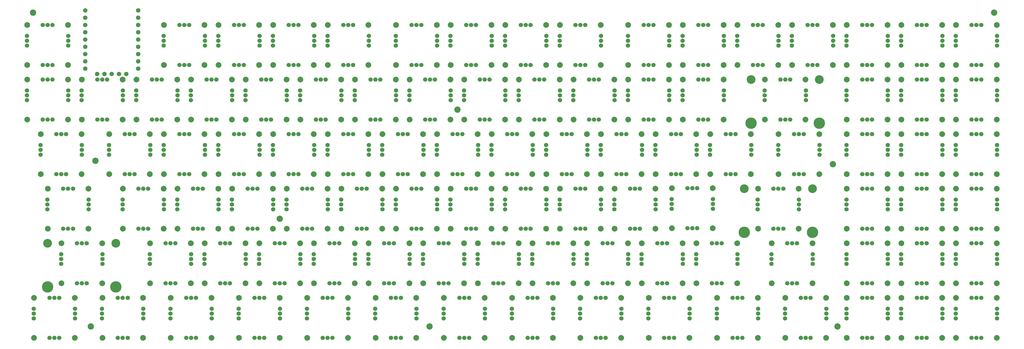
<source format=gts>
%TF.GenerationSoftware,KiCad,Pcbnew,7.0.2*%
%TF.CreationDate,2023-05-08T20:33:34+02:00*%
%TF.ProjectId,verasity_PCB,76657261-7369-4747-995f-5043422e6b69,rev?*%
%TF.SameCoordinates,Original*%
%TF.FileFunction,Soldermask,Top*%
%TF.FilePolarity,Negative*%
%FSLAX46Y46*%
G04 Gerber Fmt 4.6, Leading zero omitted, Abs format (unit mm)*
G04 Created by KiCad (PCBNEW 7.0.2) date 2023-05-08 20:33:34*
%MOMM*%
%LPD*%
G01*
G04 APERTURE LIST*
%ADD10C,2.200000*%
%ADD11C,1.550000*%
%ADD12C,1.500000*%
%ADD13C,2.000000*%
%ADD14C,3.048000*%
%ADD15C,3.987800*%
G04 APERTURE END LIST*
D10*
%TO.C,REF\u002A\u002A*%
X14287500Y54768750D03*
%TD*%
%TO.C,REF\u002A\u002A*%
X78581250Y34528125D03*
%TD*%
%TO.C,REF\u002A\u002A*%
X140493750Y72628125D03*
%TD*%
%TO.C,REF\u002A\u002A*%
X271462500Y53578125D03*
%TD*%
D11*
%TO.C,U99*%
X29182000Y107303500D03*
X29182000Y104763500D03*
X10696000Y102223500D03*
X29182000Y102223500D03*
X29182000Y99683500D03*
X10696000Y107303500D03*
X29182000Y97143500D03*
X29182000Y94603500D03*
X29182000Y92063500D03*
X29182000Y89523500D03*
X29182000Y86983500D03*
X25019000Y85150500D03*
X22479000Y85150500D03*
X19939000Y85150500D03*
X17399000Y85150500D03*
X14859000Y85150500D03*
X10696000Y86983500D03*
X10696000Y89523500D03*
X10696000Y92063500D03*
X10696000Y94603500D03*
X10696000Y97143500D03*
X10696000Y99683500D03*
X10696000Y104763500D03*
%TD*%
D12*
%TO.C,U19*%
X-9581250Y75950000D03*
D13*
X-9481250Y69200000D03*
D12*
X-4081250Y83200000D03*
X-4081250Y69200000D03*
X-2381250Y83200000D03*
X-2381250Y69200000D03*
X-681250Y83200000D03*
X-681250Y69200000D03*
D13*
X4718750Y69200000D03*
D12*
X4818750Y75950000D03*
D13*
X-9481250Y83200000D03*
X4718750Y83200000D03*
D12*
X4818750Y79350000D03*
X-9581250Y79350000D03*
X-9581250Y77650000D03*
X4818750Y77650000D03*
%TD*%
%TO.C,U9*%
X138056250Y95000000D03*
D13*
X138156250Y88250000D03*
D12*
X143556250Y102250000D03*
X143556250Y88250000D03*
X145256250Y102250000D03*
X145256250Y88250000D03*
X146956250Y102250000D03*
X146956250Y88250000D03*
D13*
X152356250Y88250000D03*
D12*
X152456250Y95000000D03*
D13*
X138156250Y102250000D03*
X152356250Y102250000D03*
D12*
X152456250Y98400000D03*
X138056250Y98400000D03*
X138056250Y96700000D03*
X152456250Y96700000D03*
%TD*%
%TO.C,U98*%
X314268750Y18800000D03*
D13*
X314368750Y12050000D03*
D12*
X319768750Y26050000D03*
X319768750Y12050000D03*
X321468750Y26050000D03*
X321468750Y12050000D03*
X323168750Y26050000D03*
X323168750Y12050000D03*
D13*
X328568750Y12050000D03*
D12*
X328668750Y18800000D03*
D13*
X314368750Y26050000D03*
X328568750Y26050000D03*
D12*
X328668750Y22200000D03*
X314268750Y22200000D03*
X314268750Y20500000D03*
X328668750Y20500000D03*
%TD*%
%TO.C,U97*%
X276168750Y18800000D03*
D13*
X276268750Y12050000D03*
D12*
X281668750Y26050000D03*
X281668750Y12050000D03*
X283368750Y26050000D03*
X283368750Y12050000D03*
X285068750Y26050000D03*
X285068750Y12050000D03*
D13*
X290468750Y12050000D03*
D12*
X290568750Y18800000D03*
D13*
X276268750Y26050000D03*
X290468750Y26050000D03*
D12*
X290568750Y22200000D03*
X276168750Y22200000D03*
X276168750Y20500000D03*
X290568750Y20500000D03*
%TD*%
%TO.C,U96*%
X314268750Y37850000D03*
D13*
X314368750Y31100000D03*
D12*
X319768750Y45100000D03*
X319768750Y31100000D03*
X321468750Y45100000D03*
X321468750Y31100000D03*
X323168750Y45100000D03*
X323168750Y31100000D03*
D13*
X328568750Y31100000D03*
D12*
X328668750Y37850000D03*
D13*
X314368750Y45100000D03*
X328568750Y45100000D03*
D12*
X328668750Y41250000D03*
X314268750Y41250000D03*
X314268750Y39550000D03*
X328668750Y39550000D03*
%TD*%
%TO.C,U95*%
X314268750Y-250000D03*
D13*
X314368750Y-7000000D03*
D12*
X319768750Y7000000D03*
X319768750Y-7000000D03*
X321468750Y7000000D03*
X321468750Y-7000000D03*
X323168750Y7000000D03*
X323168750Y-7000000D03*
D13*
X328568750Y-7000000D03*
D12*
X328668750Y-250000D03*
D13*
X314368750Y7000000D03*
X328568750Y7000000D03*
D12*
X328668750Y3150000D03*
X314268750Y3150000D03*
X314268750Y1450000D03*
X328668750Y1450000D03*
%TD*%
%TO.C,U94*%
X295218750Y-250000D03*
D13*
X295318750Y-7000000D03*
D12*
X300718750Y7000000D03*
X300718750Y-7000000D03*
X302418750Y7000000D03*
X302418750Y-7000000D03*
X304118750Y7000000D03*
X304118750Y-7000000D03*
D13*
X309518750Y-7000000D03*
D12*
X309618750Y-250000D03*
D13*
X295318750Y7000000D03*
X309518750Y7000000D03*
D12*
X309618750Y3150000D03*
X295218750Y3150000D03*
X295218750Y1450000D03*
X309618750Y1450000D03*
%TD*%
%TO.C,U93*%
X276168750Y-250000D03*
D13*
X276268750Y-7000000D03*
D12*
X281668750Y7000000D03*
X281668750Y-7000000D03*
X283368750Y7000000D03*
X283368750Y-7000000D03*
X285068750Y7000000D03*
X285068750Y-7000000D03*
D13*
X290468750Y-7000000D03*
D12*
X290568750Y-250000D03*
D13*
X276268750Y7000000D03*
X290468750Y7000000D03*
D12*
X290568750Y3150000D03*
X276168750Y3150000D03*
X276168750Y1450000D03*
X290568750Y1450000D03*
%TD*%
%TO.C,U92*%
X254737500Y-250000D03*
D13*
X254837500Y-7000000D03*
D12*
X260237500Y7000000D03*
X260237500Y-7000000D03*
X261937500Y7000000D03*
X261937500Y-7000000D03*
X263637500Y7000000D03*
X263637500Y-7000000D03*
D13*
X269037500Y-7000000D03*
D12*
X269137500Y-250000D03*
D13*
X254837500Y7000000D03*
X269037500Y7000000D03*
D12*
X269137500Y3150000D03*
X254737500Y3150000D03*
X254737500Y1450000D03*
X269137500Y1450000D03*
%TD*%
%TO.C,U91*%
X230925000Y-250000D03*
D13*
X231025000Y-7000000D03*
D12*
X236425000Y7000000D03*
X236425000Y-7000000D03*
X238125000Y7000000D03*
X238125000Y-7000000D03*
X239825000Y7000000D03*
X239825000Y-7000000D03*
D13*
X245225000Y-7000000D03*
D12*
X245325000Y-250000D03*
D13*
X231025000Y7000000D03*
X245225000Y7000000D03*
D12*
X245325000Y3150000D03*
X230925000Y3150000D03*
X230925000Y1450000D03*
X245325000Y1450000D03*
%TD*%
%TO.C,U90*%
X207112500Y-250000D03*
D13*
X207212500Y-7000000D03*
D12*
X212612500Y7000000D03*
X212612500Y-7000000D03*
X214312500Y7000000D03*
X214312500Y-7000000D03*
X216012500Y7000000D03*
X216012500Y-7000000D03*
D13*
X221412500Y-7000000D03*
D12*
X221512500Y-250000D03*
D13*
X207212500Y7000000D03*
X221412500Y7000000D03*
D12*
X221512500Y3150000D03*
X207112500Y3150000D03*
X207112500Y1450000D03*
X221512500Y1450000D03*
%TD*%
%TO.C,U89*%
X183300000Y-250000D03*
D13*
X183400000Y-7000000D03*
D12*
X188800000Y7000000D03*
X188800000Y-7000000D03*
X190500000Y7000000D03*
X190500000Y-7000000D03*
X192200000Y7000000D03*
X192200000Y-7000000D03*
D13*
X197600000Y-7000000D03*
D12*
X197700000Y-250000D03*
D13*
X183400000Y7000000D03*
X197600000Y7000000D03*
D12*
X197700000Y3150000D03*
X183300000Y3150000D03*
X183300000Y1450000D03*
X197700000Y1450000D03*
%TD*%
%TO.C,U88*%
X295218750Y37850000D03*
D13*
X295318750Y31100000D03*
D12*
X300718750Y45100000D03*
X300718750Y31100000D03*
X302418750Y45100000D03*
X302418750Y31100000D03*
X304118750Y45100000D03*
X304118750Y31100000D03*
D13*
X309518750Y31100000D03*
D12*
X309618750Y37850000D03*
D13*
X295318750Y45100000D03*
X309518750Y45100000D03*
D12*
X309618750Y41250000D03*
X295218750Y41250000D03*
X295218750Y39550000D03*
X309618750Y39550000D03*
%TD*%
%TO.C,U87*%
X159487500Y-250000D03*
D13*
X159587500Y-7000000D03*
D12*
X164987500Y7000000D03*
X164987500Y-7000000D03*
X166687500Y7000000D03*
X166687500Y-7000000D03*
X168387500Y7000000D03*
X168387500Y-7000000D03*
D13*
X173787500Y-7000000D03*
D12*
X173887500Y-250000D03*
D13*
X159587500Y7000000D03*
X173787500Y7000000D03*
D12*
X173887500Y3150000D03*
X159487500Y3150000D03*
X159487500Y1450000D03*
X173887500Y1450000D03*
%TD*%
%TO.C,U86*%
X135675000Y-250000D03*
D13*
X135775000Y-7000000D03*
D12*
X141175000Y7000000D03*
X141175000Y-7000000D03*
X142875000Y7000000D03*
X142875000Y-7000000D03*
X144575000Y7000000D03*
X144575000Y-7000000D03*
D13*
X149975000Y-7000000D03*
D12*
X150075000Y-250000D03*
D13*
X135775000Y7000000D03*
X149975000Y7000000D03*
D12*
X150075000Y3150000D03*
X135675000Y3150000D03*
X135675000Y1450000D03*
X150075000Y1450000D03*
%TD*%
%TO.C,U85*%
X111862500Y-250000D03*
D13*
X111962500Y-7000000D03*
D12*
X117362500Y7000000D03*
X117362500Y-7000000D03*
X119062500Y7000000D03*
X119062500Y-7000000D03*
X120762500Y7000000D03*
X120762500Y-7000000D03*
D13*
X126162500Y-7000000D03*
D12*
X126262500Y-250000D03*
D13*
X111962500Y7000000D03*
X126162500Y7000000D03*
D12*
X126262500Y3150000D03*
X111862500Y3150000D03*
X111862500Y1450000D03*
X126262500Y1450000D03*
%TD*%
%TO.C,U84*%
X88050000Y-250000D03*
D13*
X88150000Y-7000000D03*
D12*
X93550000Y7000000D03*
X93550000Y-7000000D03*
X95250000Y7000000D03*
X95250000Y-7000000D03*
X96950000Y7000000D03*
X96950000Y-7000000D03*
D13*
X102350000Y-7000000D03*
D12*
X102450000Y-250000D03*
D13*
X88150000Y7000000D03*
X102350000Y7000000D03*
D12*
X102450000Y3150000D03*
X88050000Y3150000D03*
X88050000Y1450000D03*
X102450000Y1450000D03*
%TD*%
%TO.C,U83*%
X64237500Y-250000D03*
D13*
X64337500Y-7000000D03*
D12*
X69737500Y7000000D03*
X69737500Y-7000000D03*
X71437500Y7000000D03*
X71437500Y-7000000D03*
X73137500Y7000000D03*
X73137500Y-7000000D03*
D13*
X78537500Y-7000000D03*
D12*
X78637500Y-250000D03*
D13*
X64337500Y7000000D03*
X78537500Y7000000D03*
D12*
X78637500Y3150000D03*
X64237500Y3150000D03*
X64237500Y1450000D03*
X78637500Y1450000D03*
%TD*%
%TO.C,U82*%
X40425000Y-250000D03*
D13*
X40525000Y-7000000D03*
D12*
X45925000Y7000000D03*
X45925000Y-7000000D03*
X47625000Y7000000D03*
X47625000Y-7000000D03*
X49325000Y7000000D03*
X49325000Y-7000000D03*
D13*
X54725000Y-7000000D03*
D12*
X54825000Y-250000D03*
D13*
X40525000Y7000000D03*
X54725000Y7000000D03*
D12*
X54825000Y3150000D03*
X40425000Y3150000D03*
X40425000Y1450000D03*
X54825000Y1450000D03*
%TD*%
%TO.C,U81*%
X16612500Y-250000D03*
D13*
X16712500Y-7000000D03*
D12*
X22112500Y7000000D03*
X22112500Y-7000000D03*
X23812500Y7000000D03*
X23812500Y-7000000D03*
X25512500Y7000000D03*
X25512500Y-7000000D03*
D13*
X30912500Y-7000000D03*
D12*
X31012500Y-250000D03*
D13*
X16712500Y7000000D03*
X30912500Y7000000D03*
D12*
X31012500Y3150000D03*
X16612500Y3150000D03*
X16612500Y1450000D03*
X31012500Y1450000D03*
%TD*%
%TO.C,U80*%
X-7200000Y-250000D03*
D13*
X-7100000Y-7000000D03*
D12*
X-1700000Y7000000D03*
X-1700000Y-7000000D03*
X0Y7000000D03*
X0Y-7000000D03*
X1700000Y7000000D03*
X1700000Y-7000000D03*
D13*
X7100000Y-7000000D03*
D12*
X7200000Y-250000D03*
D13*
X-7100000Y7000000D03*
X7100000Y7000000D03*
D12*
X7200000Y3150000D03*
X-7200000Y3150000D03*
X-7200000Y1450000D03*
X7200000Y1450000D03*
%TD*%
%TO.C,U79*%
X295218750Y18800000D03*
D13*
X295318750Y12050000D03*
D12*
X300718750Y26050000D03*
X300718750Y12050000D03*
X302418750Y26050000D03*
X302418750Y12050000D03*
X304118750Y26050000D03*
X304118750Y12050000D03*
D13*
X309518750Y12050000D03*
D12*
X309618750Y18800000D03*
D13*
X295318750Y26050000D03*
X309518750Y26050000D03*
D12*
X309618750Y22200000D03*
X295218750Y22200000D03*
X295218750Y20500000D03*
X309618750Y20500000D03*
%TD*%
%TO.C,U78*%
X249975000Y18800000D03*
D13*
X250075000Y12050000D03*
D12*
X255475000Y26050000D03*
X255475000Y12050000D03*
X257175000Y26050000D03*
X257175000Y12050000D03*
X258875000Y26050000D03*
X258875000Y12050000D03*
D13*
X264275000Y12050000D03*
D12*
X264375000Y18800000D03*
D13*
X250075000Y26050000D03*
X264275000Y26050000D03*
D12*
X264375000Y22200000D03*
X249975000Y22200000D03*
X249975000Y20500000D03*
X264375000Y20500000D03*
%TD*%
%TO.C,U77*%
X223781250Y18800000D03*
D13*
X223881250Y12050000D03*
D12*
X229281250Y26050000D03*
X229281250Y12050000D03*
X230981250Y26050000D03*
X230981250Y12050000D03*
X232681250Y26050000D03*
X232681250Y12050000D03*
D13*
X238081250Y12050000D03*
D12*
X238181250Y18800000D03*
D13*
X223881250Y26050000D03*
X238081250Y26050000D03*
D12*
X238181250Y22200000D03*
X223781250Y22200000D03*
X223781250Y20500000D03*
X238181250Y20500000D03*
%TD*%
%TO.C,U76*%
X204731250Y18800000D03*
D13*
X204831250Y12050000D03*
D12*
X210231250Y26050000D03*
X210231250Y12050000D03*
X211931250Y26050000D03*
X211931250Y12050000D03*
X213631250Y26050000D03*
X213631250Y12050000D03*
D13*
X219031250Y12050000D03*
D12*
X219131250Y18800000D03*
D13*
X204831250Y26050000D03*
X219031250Y26050000D03*
D12*
X219131250Y22200000D03*
X204731250Y22200000D03*
X204731250Y20500000D03*
X219131250Y20500000D03*
%TD*%
%TO.C,U75*%
X185681250Y18800000D03*
D13*
X185781250Y12050000D03*
D12*
X191181250Y26050000D03*
X191181250Y12050000D03*
X192881250Y26050000D03*
X192881250Y12050000D03*
X194581250Y26050000D03*
X194581250Y12050000D03*
D13*
X199981250Y12050000D03*
D12*
X200081250Y18800000D03*
D13*
X185781250Y26050000D03*
X199981250Y26050000D03*
D12*
X200081250Y22200000D03*
X185681250Y22200000D03*
X185681250Y20500000D03*
X200081250Y20500000D03*
%TD*%
%TO.C,U74*%
X166631250Y18800000D03*
D13*
X166731250Y12050000D03*
D12*
X172131250Y26050000D03*
X172131250Y12050000D03*
X173831250Y26050000D03*
X173831250Y12050000D03*
X175531250Y26050000D03*
X175531250Y12050000D03*
D13*
X180931250Y12050000D03*
D12*
X181031250Y18800000D03*
D13*
X166731250Y26050000D03*
X180931250Y26050000D03*
D12*
X181031250Y22200000D03*
X166631250Y22200000D03*
X166631250Y20500000D03*
X181031250Y20500000D03*
%TD*%
%TO.C,U73*%
X147581250Y18800000D03*
D13*
X147681250Y12050000D03*
D12*
X153081250Y26050000D03*
X153081250Y12050000D03*
X154781250Y26050000D03*
X154781250Y12050000D03*
X156481250Y26050000D03*
X156481250Y12050000D03*
D13*
X161881250Y12050000D03*
D12*
X161981250Y18800000D03*
D13*
X147681250Y26050000D03*
X161881250Y26050000D03*
D12*
X161981250Y22200000D03*
X147581250Y22200000D03*
X147581250Y20500000D03*
X161981250Y20500000D03*
%TD*%
%TO.C,U72*%
X128531250Y18800000D03*
D13*
X128631250Y12050000D03*
D12*
X134031250Y26050000D03*
X134031250Y12050000D03*
X135731250Y26050000D03*
X135731250Y12050000D03*
X137431250Y26050000D03*
X137431250Y12050000D03*
D13*
X142831250Y12050000D03*
D12*
X142931250Y18800000D03*
D13*
X128631250Y26050000D03*
X142831250Y26050000D03*
D12*
X142931250Y22200000D03*
X128531250Y22200000D03*
X128531250Y20500000D03*
X142931250Y20500000D03*
%TD*%
%TO.C,U71*%
X109481250Y18800000D03*
D13*
X109581250Y12050000D03*
D12*
X114981250Y26050000D03*
X114981250Y12050000D03*
X116681250Y26050000D03*
X116681250Y12050000D03*
X118381250Y26050000D03*
X118381250Y12050000D03*
D13*
X123781250Y12050000D03*
D12*
X123881250Y18800000D03*
D13*
X109581250Y26050000D03*
X123781250Y26050000D03*
D12*
X123881250Y22200000D03*
X109481250Y22200000D03*
X109481250Y20500000D03*
X123881250Y20500000D03*
%TD*%
%TO.C,U70*%
X90431250Y18800000D03*
D13*
X90531250Y12050000D03*
D12*
X95931250Y26050000D03*
X95931250Y12050000D03*
X97631250Y26050000D03*
X97631250Y12050000D03*
X99331250Y26050000D03*
X99331250Y12050000D03*
D13*
X104731250Y12050000D03*
D12*
X104831250Y18800000D03*
D13*
X90531250Y26050000D03*
X104731250Y26050000D03*
D12*
X104831250Y22200000D03*
X90431250Y22200000D03*
X90431250Y20500000D03*
X104831250Y20500000D03*
%TD*%
%TO.C,U69*%
X71381250Y18800000D03*
D13*
X71481250Y12050000D03*
D12*
X76881250Y26050000D03*
X76881250Y12050000D03*
X78581250Y26050000D03*
X78581250Y12050000D03*
X80281250Y26050000D03*
X80281250Y12050000D03*
D13*
X85681250Y12050000D03*
D12*
X85781250Y18800000D03*
D13*
X71481250Y26050000D03*
X85681250Y26050000D03*
D12*
X85781250Y22200000D03*
X71381250Y22200000D03*
X71381250Y20500000D03*
X85781250Y20500000D03*
%TD*%
%TO.C,U68*%
X52331250Y18800000D03*
D13*
X52431250Y12050000D03*
D12*
X57831250Y26050000D03*
X57831250Y12050000D03*
X59531250Y26050000D03*
X59531250Y12050000D03*
X61231250Y26050000D03*
X61231250Y12050000D03*
D13*
X66631250Y12050000D03*
D12*
X66731250Y18800000D03*
D13*
X52431250Y26050000D03*
X66631250Y26050000D03*
D12*
X66731250Y22200000D03*
X52331250Y22200000D03*
X52331250Y20500000D03*
X66731250Y20500000D03*
%TD*%
%TO.C,U67*%
X33281250Y18800000D03*
D13*
X33381250Y12050000D03*
D12*
X38781250Y26050000D03*
X38781250Y12050000D03*
X40481250Y26050000D03*
X40481250Y12050000D03*
X42181250Y26050000D03*
X42181250Y12050000D03*
D13*
X47581250Y12050000D03*
D12*
X47681250Y18800000D03*
D13*
X33381250Y26050000D03*
X47581250Y26050000D03*
D12*
X47681250Y22200000D03*
X33281250Y22200000D03*
X33281250Y20500000D03*
X47681250Y20500000D03*
%TD*%
%TO.C,U66*%
X2325000Y18800000D03*
D13*
X2425000Y12050000D03*
D12*
X7825000Y26050000D03*
X7825000Y12050000D03*
X9525000Y26050000D03*
X9525000Y12050000D03*
X11225000Y26050000D03*
X11225000Y12050000D03*
D13*
X16625000Y12050000D03*
D12*
X16725000Y18800000D03*
D13*
X2425000Y26050000D03*
X16625000Y26050000D03*
D12*
X16725000Y22200000D03*
X2325000Y22200000D03*
X2325000Y20500000D03*
X16725000Y20500000D03*
%TD*%
%TO.C,U65*%
X245212500Y37850000D03*
D13*
X245312500Y31100000D03*
D12*
X250712500Y45100000D03*
X250712500Y31100000D03*
X252412500Y45100000D03*
X252412500Y31100000D03*
X254112500Y45100000D03*
X254112500Y31100000D03*
D13*
X259512500Y31100000D03*
D12*
X259612500Y37850000D03*
D13*
X245312500Y45100000D03*
X259512500Y45100000D03*
D12*
X259612500Y41250000D03*
X245212500Y41250000D03*
X245212500Y39550000D03*
X259612500Y39550000D03*
%TD*%
%TO.C,U64*%
X215208750Y38008750D03*
D13*
X215308750Y31258750D03*
D12*
X220708750Y45258750D03*
X220708750Y31258750D03*
X222408750Y45258750D03*
X222408750Y31258750D03*
X224108750Y45258750D03*
X224108750Y31258750D03*
D13*
X229508750Y31258750D03*
D12*
X229608750Y38008750D03*
D13*
X215308750Y45258750D03*
X229508750Y45258750D03*
D12*
X229608750Y41408750D03*
X215208750Y41408750D03*
X215208750Y39708750D03*
X229608750Y39708750D03*
%TD*%
%TO.C,U63*%
X195206250Y37850000D03*
D13*
X195306250Y31100000D03*
D12*
X200706250Y45100000D03*
X200706250Y31100000D03*
X202406250Y45100000D03*
X202406250Y31100000D03*
X204106250Y45100000D03*
X204106250Y31100000D03*
D13*
X209506250Y31100000D03*
D12*
X209606250Y37850000D03*
D13*
X195306250Y45100000D03*
X209506250Y45100000D03*
D12*
X209606250Y41250000D03*
X195206250Y41250000D03*
X195206250Y39550000D03*
X209606250Y39550000D03*
%TD*%
%TO.C,U62*%
X176156250Y37850000D03*
D13*
X176256250Y31100000D03*
D12*
X181656250Y45100000D03*
X181656250Y31100000D03*
X183356250Y45100000D03*
X183356250Y31100000D03*
X185056250Y45100000D03*
X185056250Y31100000D03*
D13*
X190456250Y31100000D03*
D12*
X190556250Y37850000D03*
D13*
X176256250Y45100000D03*
X190456250Y45100000D03*
D12*
X190556250Y41250000D03*
X176156250Y41250000D03*
X176156250Y39550000D03*
X190556250Y39550000D03*
%TD*%
%TO.C,U61*%
X157106250Y37850000D03*
D13*
X157206250Y31100000D03*
D12*
X162606250Y45100000D03*
X162606250Y31100000D03*
X164306250Y45100000D03*
X164306250Y31100000D03*
X166006250Y45100000D03*
X166006250Y31100000D03*
D13*
X171406250Y31100000D03*
D12*
X171506250Y37850000D03*
D13*
X157206250Y45100000D03*
X171406250Y45100000D03*
D12*
X171506250Y41250000D03*
X157106250Y41250000D03*
X157106250Y39550000D03*
X171506250Y39550000D03*
%TD*%
%TO.C,U60*%
X138056250Y37850000D03*
D13*
X138156250Y31100000D03*
D12*
X143556250Y45100000D03*
X143556250Y31100000D03*
X145256250Y45100000D03*
X145256250Y31100000D03*
X146956250Y45100000D03*
X146956250Y31100000D03*
D13*
X152356250Y31100000D03*
D12*
X152456250Y37850000D03*
D13*
X138156250Y45100000D03*
X152356250Y45100000D03*
D12*
X152456250Y41250000D03*
X138056250Y41250000D03*
X138056250Y39550000D03*
X152456250Y39550000D03*
%TD*%
%TO.C,U59*%
X119006250Y37850000D03*
D13*
X119106250Y31100000D03*
D12*
X124506250Y45100000D03*
X124506250Y31100000D03*
X126206250Y45100000D03*
X126206250Y31100000D03*
X127906250Y45100000D03*
X127906250Y31100000D03*
D13*
X133306250Y31100000D03*
D12*
X133406250Y37850000D03*
D13*
X119106250Y45100000D03*
X133306250Y45100000D03*
D12*
X133406250Y41250000D03*
X119006250Y41250000D03*
X119006250Y39550000D03*
X133406250Y39550000D03*
%TD*%
%TO.C,U58*%
X99956250Y37850000D03*
D13*
X100056250Y31100000D03*
D12*
X105456250Y45100000D03*
X105456250Y31100000D03*
X107156250Y45100000D03*
X107156250Y31100000D03*
X108856250Y45100000D03*
X108856250Y31100000D03*
D13*
X114256250Y31100000D03*
D12*
X114356250Y37850000D03*
D13*
X100056250Y45100000D03*
X114256250Y45100000D03*
D12*
X114356250Y41250000D03*
X99956250Y41250000D03*
X99956250Y39550000D03*
X114356250Y39550000D03*
%TD*%
%TO.C,U57*%
X80906250Y37850000D03*
D13*
X81006250Y31100000D03*
D12*
X86406250Y45100000D03*
X86406250Y31100000D03*
X88106250Y45100000D03*
X88106250Y31100000D03*
X89806250Y45100000D03*
X89806250Y31100000D03*
D13*
X95206250Y31100000D03*
D12*
X95306250Y37850000D03*
D13*
X81006250Y45100000D03*
X95206250Y45100000D03*
D12*
X95306250Y41250000D03*
X80906250Y41250000D03*
X80906250Y39550000D03*
X95306250Y39550000D03*
%TD*%
%TO.C,U56*%
X61856250Y37850000D03*
D13*
X61956250Y31100000D03*
D12*
X67356250Y45100000D03*
X67356250Y31100000D03*
X69056250Y45100000D03*
X69056250Y31100000D03*
X70756250Y45100000D03*
X70756250Y31100000D03*
D13*
X76156250Y31100000D03*
D12*
X76256250Y37850000D03*
D13*
X61956250Y45100000D03*
X76156250Y45100000D03*
D12*
X76256250Y41250000D03*
X61856250Y41250000D03*
X61856250Y39550000D03*
X76256250Y39550000D03*
%TD*%
%TO.C,U55*%
X42806250Y37850000D03*
D13*
X42906250Y31100000D03*
D12*
X48306250Y45100000D03*
X48306250Y31100000D03*
X50006250Y45100000D03*
X50006250Y31100000D03*
X51706250Y45100000D03*
X51706250Y31100000D03*
D13*
X57106250Y31100000D03*
D12*
X57206250Y37850000D03*
D13*
X42906250Y45100000D03*
X57106250Y45100000D03*
D12*
X57206250Y41250000D03*
X42806250Y41250000D03*
X42806250Y39550000D03*
X57206250Y39550000D03*
%TD*%
%TO.C,U54*%
X23756250Y37850000D03*
D13*
X23856250Y31100000D03*
D12*
X29256250Y45100000D03*
X29256250Y31100000D03*
X30956250Y45100000D03*
X30956250Y31100000D03*
X32656250Y45100000D03*
X32656250Y31100000D03*
D13*
X38056250Y31100000D03*
D12*
X38156250Y37850000D03*
D13*
X23856250Y45100000D03*
X38056250Y45100000D03*
D12*
X38156250Y41250000D03*
X23756250Y41250000D03*
X23756250Y39550000D03*
X38156250Y39550000D03*
%TD*%
%TO.C,U53*%
X-2437500Y37850000D03*
D13*
X-2337500Y31100000D03*
D12*
X3062500Y45100000D03*
X3062500Y31100000D03*
X4762500Y45100000D03*
X4762500Y31100000D03*
X6462500Y45100000D03*
X6462500Y31100000D03*
D13*
X11862500Y31100000D03*
D12*
X11962500Y37850000D03*
D13*
X-2337500Y45100000D03*
X11862500Y45100000D03*
D12*
X11962500Y41250000D03*
X-2437500Y41250000D03*
X-2437500Y39550000D03*
X11962500Y39550000D03*
%TD*%
%TO.C,U52*%
X314268750Y56900000D03*
D13*
X314368750Y50150000D03*
D12*
X319768750Y64150000D03*
X319768750Y50150000D03*
X321468750Y64150000D03*
X321468750Y50150000D03*
X323168750Y64150000D03*
X323168750Y50150000D03*
D13*
X328568750Y50150000D03*
D12*
X328668750Y56900000D03*
D13*
X314368750Y64150000D03*
X328568750Y64150000D03*
D12*
X328668750Y60300000D03*
X314268750Y60300000D03*
X314268750Y58600000D03*
X328668750Y58600000D03*
%TD*%
%TO.C,U51*%
X295218750Y56900000D03*
D13*
X295318750Y50150000D03*
D12*
X300718750Y64150000D03*
X300718750Y50150000D03*
X302418750Y64150000D03*
X302418750Y50150000D03*
X304118750Y64150000D03*
X304118750Y50150000D03*
D13*
X309518750Y50150000D03*
D12*
X309618750Y56900000D03*
D13*
X295318750Y64150000D03*
X309518750Y64150000D03*
D12*
X309618750Y60300000D03*
X295218750Y60300000D03*
X295218750Y58600000D03*
X309618750Y58600000D03*
%TD*%
%TO.C,U50*%
X276168750Y56900000D03*
D13*
X276268750Y50150000D03*
D12*
X281668750Y64150000D03*
X281668750Y50150000D03*
X283368750Y64150000D03*
X283368750Y50150000D03*
X285068750Y64150000D03*
X285068750Y50150000D03*
D13*
X290468750Y50150000D03*
D12*
X290568750Y56900000D03*
D13*
X276268750Y64150000D03*
X290468750Y64150000D03*
D12*
X290568750Y60300000D03*
X276168750Y60300000D03*
X276168750Y58600000D03*
X290568750Y58600000D03*
%TD*%
%TO.C,U49*%
X252356250Y56900000D03*
D13*
X252456250Y50150000D03*
D12*
X257856250Y64150000D03*
X257856250Y50150000D03*
X259556250Y64150000D03*
X259556250Y50150000D03*
X261256250Y64150000D03*
X261256250Y50150000D03*
D13*
X266656250Y50150000D03*
D12*
X266756250Y56900000D03*
D13*
X252456250Y64150000D03*
X266656250Y64150000D03*
D12*
X266756250Y60300000D03*
X252356250Y60300000D03*
X252356250Y58600000D03*
X266756250Y58600000D03*
%TD*%
%TO.C,U48*%
X228543750Y56900000D03*
D13*
X228643750Y50150000D03*
D12*
X234043750Y64150000D03*
X234043750Y50150000D03*
X235743750Y64150000D03*
X235743750Y50150000D03*
X237443750Y64150000D03*
X237443750Y50150000D03*
D13*
X242843750Y50150000D03*
D12*
X242943750Y56900000D03*
D13*
X228643750Y64150000D03*
X242843750Y64150000D03*
D12*
X242943750Y60300000D03*
X228543750Y60300000D03*
X228543750Y58600000D03*
X242943750Y58600000D03*
%TD*%
%TO.C,U47*%
X209493750Y56900000D03*
D13*
X209593750Y50150000D03*
D12*
X214993750Y64150000D03*
X214993750Y50150000D03*
X216693750Y64150000D03*
X216693750Y50150000D03*
X218393750Y64150000D03*
X218393750Y50150000D03*
D13*
X223793750Y50150000D03*
D12*
X223893750Y56900000D03*
D13*
X209593750Y64150000D03*
X223793750Y64150000D03*
D12*
X223893750Y60300000D03*
X209493750Y60300000D03*
X209493750Y58600000D03*
X223893750Y58600000D03*
%TD*%
%TO.C,U46*%
X190443750Y56900000D03*
D13*
X190543750Y50150000D03*
D12*
X195943750Y64150000D03*
X195943750Y50150000D03*
X197643750Y64150000D03*
X197643750Y50150000D03*
X199343750Y64150000D03*
X199343750Y50150000D03*
D13*
X204743750Y50150000D03*
D12*
X204843750Y56900000D03*
D13*
X190543750Y64150000D03*
X204743750Y64150000D03*
D12*
X204843750Y60300000D03*
X190443750Y60300000D03*
X190443750Y58600000D03*
X204843750Y58600000D03*
%TD*%
%TO.C,U45*%
X171393750Y56900000D03*
D13*
X171493750Y50150000D03*
D12*
X176893750Y64150000D03*
X176893750Y50150000D03*
X178593750Y64150000D03*
X178593750Y50150000D03*
X180293750Y64150000D03*
X180293750Y50150000D03*
D13*
X185693750Y50150000D03*
D12*
X185793750Y56900000D03*
D13*
X171493750Y64150000D03*
X185693750Y64150000D03*
D12*
X185793750Y60300000D03*
X171393750Y60300000D03*
X171393750Y58600000D03*
X185793750Y58600000D03*
%TD*%
%TO.C,U44*%
X152343750Y56900000D03*
D13*
X152443750Y50150000D03*
D12*
X157843750Y64150000D03*
X157843750Y50150000D03*
X159543750Y64150000D03*
X159543750Y50150000D03*
X161243750Y64150000D03*
X161243750Y50150000D03*
D13*
X166643750Y50150000D03*
D12*
X166743750Y56900000D03*
D13*
X152443750Y64150000D03*
X166643750Y64150000D03*
D12*
X166743750Y60300000D03*
X152343750Y60300000D03*
X152343750Y58600000D03*
X166743750Y58600000D03*
%TD*%
%TO.C,U43*%
X133293750Y56900000D03*
D13*
X133393750Y50150000D03*
D12*
X138793750Y64150000D03*
X138793750Y50150000D03*
X140493750Y64150000D03*
X140493750Y50150000D03*
X142193750Y64150000D03*
X142193750Y50150000D03*
D13*
X147593750Y50150000D03*
D12*
X147693750Y56900000D03*
D13*
X133393750Y64150000D03*
X147593750Y64150000D03*
D12*
X147693750Y60300000D03*
X133293750Y60300000D03*
X133293750Y58600000D03*
X147693750Y58600000D03*
%TD*%
%TO.C,U42*%
X114243750Y56900000D03*
D13*
X114343750Y50150000D03*
D12*
X119743750Y64150000D03*
X119743750Y50150000D03*
X121443750Y64150000D03*
X121443750Y50150000D03*
X123143750Y64150000D03*
X123143750Y50150000D03*
D13*
X128543750Y50150000D03*
D12*
X128643750Y56900000D03*
D13*
X114343750Y64150000D03*
X128543750Y64150000D03*
D12*
X128643750Y60300000D03*
X114243750Y60300000D03*
X114243750Y58600000D03*
X128643750Y58600000D03*
%TD*%
%TO.C,U41*%
X95193750Y56900000D03*
D13*
X95293750Y50150000D03*
D12*
X100693750Y64150000D03*
X100693750Y50150000D03*
X102393750Y64150000D03*
X102393750Y50150000D03*
X104093750Y64150000D03*
X104093750Y50150000D03*
D13*
X109493750Y50150000D03*
D12*
X109593750Y56900000D03*
D13*
X95293750Y64150000D03*
X109493750Y64150000D03*
D12*
X109593750Y60300000D03*
X95193750Y60300000D03*
X95193750Y58600000D03*
X109593750Y58600000D03*
%TD*%
%TO.C,U40*%
X76143750Y56900000D03*
D13*
X76243750Y50150000D03*
D12*
X81643750Y64150000D03*
X81643750Y50150000D03*
X83343750Y64150000D03*
X83343750Y50150000D03*
X85043750Y64150000D03*
X85043750Y50150000D03*
D13*
X90443750Y50150000D03*
D12*
X90543750Y56900000D03*
D13*
X76243750Y64150000D03*
X90443750Y64150000D03*
D12*
X90543750Y60300000D03*
X76143750Y60300000D03*
X76143750Y58600000D03*
X90543750Y58600000D03*
%TD*%
%TO.C,U39*%
X57093750Y56900000D03*
D13*
X57193750Y50150000D03*
D12*
X62593750Y64150000D03*
X62593750Y50150000D03*
X64293750Y64150000D03*
X64293750Y50150000D03*
X65993750Y64150000D03*
X65993750Y50150000D03*
D13*
X71393750Y50150000D03*
D12*
X71493750Y56900000D03*
D13*
X57193750Y64150000D03*
X71393750Y64150000D03*
D12*
X71493750Y60300000D03*
X57093750Y60300000D03*
X57093750Y58600000D03*
X71493750Y58600000D03*
%TD*%
%TO.C,U38*%
X38043750Y56900000D03*
D13*
X38143750Y50150000D03*
D12*
X43543750Y64150000D03*
X43543750Y50150000D03*
X45243750Y64150000D03*
X45243750Y50150000D03*
X46943750Y64150000D03*
X46943750Y50150000D03*
D13*
X52343750Y50150000D03*
D12*
X52443750Y56900000D03*
D13*
X38143750Y64150000D03*
X52343750Y64150000D03*
D12*
X52443750Y60300000D03*
X38043750Y60300000D03*
X38043750Y58600000D03*
X52443750Y58600000D03*
%TD*%
%TO.C,U37*%
X18993750Y56900000D03*
D13*
X19093750Y50150000D03*
D12*
X24493750Y64150000D03*
X24493750Y50150000D03*
X26193750Y64150000D03*
X26193750Y50150000D03*
X27893750Y64150000D03*
X27893750Y50150000D03*
D13*
X33293750Y50150000D03*
D12*
X33393750Y56900000D03*
D13*
X19093750Y64150000D03*
X33293750Y64150000D03*
D12*
X33393750Y60300000D03*
X18993750Y60300000D03*
X18993750Y58600000D03*
X33393750Y58600000D03*
%TD*%
%TO.C,U36*%
X-4818750Y56900000D03*
D13*
X-4718750Y50150000D03*
D12*
X681250Y64150000D03*
X681250Y50150000D03*
X2381250Y64150000D03*
X2381250Y50150000D03*
X4081250Y64150000D03*
X4081250Y50150000D03*
D13*
X9481250Y50150000D03*
D12*
X9581250Y56900000D03*
D13*
X-4718750Y64150000D03*
X9481250Y64150000D03*
D12*
X9581250Y60300000D03*
X-4818750Y60300000D03*
X-4818750Y58600000D03*
X9581250Y58600000D03*
%TD*%
%TO.C,U35*%
X314268750Y75950000D03*
D13*
X314368750Y69200000D03*
D12*
X319768750Y83200000D03*
X319768750Y69200000D03*
X321468750Y83200000D03*
X321468750Y69200000D03*
X323168750Y83200000D03*
X323168750Y69200000D03*
D13*
X328568750Y69200000D03*
D12*
X328668750Y75950000D03*
D13*
X314368750Y83200000D03*
X328568750Y83200000D03*
D12*
X328668750Y79350000D03*
X314268750Y79350000D03*
X314268750Y77650000D03*
X328668750Y77650000D03*
%TD*%
%TO.C,U34*%
X295218750Y75950000D03*
D13*
X295318750Y69200000D03*
D12*
X300718750Y83200000D03*
X300718750Y69200000D03*
X302418750Y83200000D03*
X302418750Y69200000D03*
X304118750Y83200000D03*
X304118750Y69200000D03*
D13*
X309518750Y69200000D03*
D12*
X309618750Y75950000D03*
D13*
X295318750Y83200000D03*
X309518750Y83200000D03*
D12*
X309618750Y79350000D03*
X295218750Y79350000D03*
X295218750Y77650000D03*
X309618750Y77650000D03*
%TD*%
%TO.C,U33*%
X276168750Y75950000D03*
D13*
X276268750Y69200000D03*
D12*
X281668750Y83200000D03*
X281668750Y69200000D03*
X283368750Y83200000D03*
X283368750Y69200000D03*
X285068750Y83200000D03*
X285068750Y69200000D03*
D13*
X290468750Y69200000D03*
D12*
X290568750Y75950000D03*
D13*
X276268750Y83200000D03*
X290468750Y83200000D03*
D12*
X290568750Y79350000D03*
X276168750Y79350000D03*
X276168750Y77650000D03*
X290568750Y77650000D03*
%TD*%
%TO.C,U32*%
X247593750Y75950000D03*
D13*
X247693750Y69200000D03*
D12*
X253093750Y83200000D03*
X253093750Y69200000D03*
X254793750Y83200000D03*
X254793750Y69200000D03*
X256493750Y83200000D03*
X256493750Y69200000D03*
D13*
X261893750Y69200000D03*
D12*
X261993750Y75950000D03*
D13*
X247693750Y83200000D03*
X261893750Y83200000D03*
D12*
X261993750Y79350000D03*
X247593750Y79350000D03*
X247593750Y77650000D03*
X261993750Y77650000D03*
%TD*%
%TO.C,U31*%
X219018750Y75950000D03*
D13*
X219118750Y69200000D03*
D12*
X224518750Y83200000D03*
X224518750Y69200000D03*
X226218750Y83200000D03*
X226218750Y69200000D03*
X227918750Y83200000D03*
X227918750Y69200000D03*
D13*
X233318750Y69200000D03*
D12*
X233418750Y75950000D03*
D13*
X219118750Y83200000D03*
X233318750Y83200000D03*
D12*
X233418750Y79350000D03*
X219018750Y79350000D03*
X219018750Y77650000D03*
X233418750Y77650000D03*
%TD*%
%TO.C,U30*%
X199968750Y75950000D03*
D13*
X200068750Y69200000D03*
D12*
X205468750Y83200000D03*
X205468750Y69200000D03*
X207168750Y83200000D03*
X207168750Y69200000D03*
X208868750Y83200000D03*
X208868750Y69200000D03*
D13*
X214268750Y69200000D03*
D12*
X214368750Y75950000D03*
D13*
X200068750Y83200000D03*
X214268750Y83200000D03*
D12*
X214368750Y79350000D03*
X199968750Y79350000D03*
X199968750Y77650000D03*
X214368750Y77650000D03*
%TD*%
%TO.C,U29*%
X180918750Y75950000D03*
D13*
X181018750Y69200000D03*
D12*
X186418750Y83200000D03*
X186418750Y69200000D03*
X188118750Y83200000D03*
X188118750Y69200000D03*
X189818750Y83200000D03*
X189818750Y69200000D03*
D13*
X195218750Y69200000D03*
D12*
X195318750Y75950000D03*
D13*
X181018750Y83200000D03*
X195218750Y83200000D03*
D12*
X195318750Y79350000D03*
X180918750Y79350000D03*
X180918750Y77650000D03*
X195318750Y77650000D03*
%TD*%
%TO.C,U28*%
X161868750Y75950000D03*
D13*
X161968750Y69200000D03*
D12*
X167368750Y83200000D03*
X167368750Y69200000D03*
X169068750Y83200000D03*
X169068750Y69200000D03*
X170768750Y83200000D03*
X170768750Y69200000D03*
D13*
X176168750Y69200000D03*
D12*
X176268750Y75950000D03*
D13*
X161968750Y83200000D03*
X176168750Y83200000D03*
D12*
X176268750Y79350000D03*
X161868750Y79350000D03*
X161868750Y77650000D03*
X176268750Y77650000D03*
%TD*%
%TO.C,U27*%
X142818750Y75950000D03*
D13*
X142918750Y69200000D03*
D12*
X148318750Y83200000D03*
X148318750Y69200000D03*
X150018750Y83200000D03*
X150018750Y69200000D03*
X151718750Y83200000D03*
X151718750Y69200000D03*
D13*
X157118750Y69200000D03*
D12*
X157218750Y75950000D03*
D13*
X142918750Y83200000D03*
X157118750Y83200000D03*
D12*
X157218750Y79350000D03*
X142818750Y79350000D03*
X142818750Y77650000D03*
X157218750Y77650000D03*
%TD*%
%TO.C,U26*%
X123768750Y75950000D03*
D13*
X123868750Y69200000D03*
D12*
X129268750Y83200000D03*
X129268750Y69200000D03*
X130968750Y83200000D03*
X130968750Y69200000D03*
X132668750Y83200000D03*
X132668750Y69200000D03*
D13*
X138068750Y69200000D03*
D12*
X138168750Y75950000D03*
D13*
X123868750Y83200000D03*
X138068750Y83200000D03*
D12*
X138168750Y79350000D03*
X123768750Y79350000D03*
X123768750Y77650000D03*
X138168750Y77650000D03*
%TD*%
%TO.C,U25*%
X104718750Y75950000D03*
D13*
X104818750Y69200000D03*
D12*
X110218750Y83200000D03*
X110218750Y69200000D03*
X111918750Y83200000D03*
X111918750Y69200000D03*
X113618750Y83200000D03*
X113618750Y69200000D03*
D13*
X119018750Y69200000D03*
D12*
X119118750Y75950000D03*
D13*
X104818750Y83200000D03*
X119018750Y83200000D03*
D12*
X119118750Y79350000D03*
X104718750Y79350000D03*
X104718750Y77650000D03*
X119118750Y77650000D03*
%TD*%
%TO.C,U24*%
X85668750Y75950000D03*
D13*
X85768750Y69200000D03*
D12*
X91168750Y83200000D03*
X91168750Y69200000D03*
X92868750Y83200000D03*
X92868750Y69200000D03*
X94568750Y83200000D03*
X94568750Y69200000D03*
D13*
X99968750Y69200000D03*
D12*
X100068750Y75950000D03*
D13*
X85768750Y83200000D03*
X99968750Y83200000D03*
D12*
X100068750Y79350000D03*
X85668750Y79350000D03*
X85668750Y77650000D03*
X100068750Y77650000D03*
%TD*%
%TO.C,U23*%
X66618750Y75950000D03*
D13*
X66718750Y69200000D03*
D12*
X72118750Y83200000D03*
X72118750Y69200000D03*
X73818750Y83200000D03*
X73818750Y69200000D03*
X75518750Y83200000D03*
X75518750Y69200000D03*
D13*
X80918750Y69200000D03*
D12*
X81018750Y75950000D03*
D13*
X66718750Y83200000D03*
X80918750Y83200000D03*
D12*
X81018750Y79350000D03*
X66618750Y79350000D03*
X66618750Y77650000D03*
X81018750Y77650000D03*
%TD*%
%TO.C,U22*%
X47568750Y75950000D03*
D13*
X47668750Y69200000D03*
D12*
X53068750Y83200000D03*
X53068750Y69200000D03*
X54768750Y83200000D03*
X54768750Y69200000D03*
X56468750Y83200000D03*
X56468750Y69200000D03*
D13*
X61868750Y69200000D03*
D12*
X61968750Y75950000D03*
D13*
X47668750Y83200000D03*
X61868750Y83200000D03*
D12*
X61968750Y79350000D03*
X47568750Y79350000D03*
X47568750Y77650000D03*
X61968750Y77650000D03*
%TD*%
%TO.C,U21*%
X28518750Y75950000D03*
D13*
X28618750Y69200000D03*
D12*
X34018750Y83200000D03*
X34018750Y69200000D03*
X35718750Y83200000D03*
X35718750Y69200000D03*
X37418750Y83200000D03*
X37418750Y69200000D03*
D13*
X42818750Y69200000D03*
D12*
X42918750Y75950000D03*
D13*
X28618750Y83200000D03*
X42818750Y83200000D03*
D12*
X42918750Y79350000D03*
X28518750Y79350000D03*
X28518750Y77650000D03*
X42918750Y77650000D03*
%TD*%
%TO.C,U20*%
X9468750Y75950000D03*
D13*
X9568750Y69200000D03*
D12*
X14968750Y83200000D03*
X14968750Y69200000D03*
X16668750Y83200000D03*
X16668750Y69200000D03*
X18368750Y83200000D03*
X18368750Y69200000D03*
D13*
X23768750Y69200000D03*
D12*
X23868750Y75950000D03*
D13*
X9568750Y83200000D03*
X23768750Y83200000D03*
D12*
X23868750Y79350000D03*
X9468750Y79350000D03*
X9468750Y77650000D03*
X23868750Y77650000D03*
%TD*%
%TO.C,U18*%
X314268750Y95000000D03*
D13*
X314368750Y88250000D03*
D12*
X319768750Y102250000D03*
X319768750Y88250000D03*
X321468750Y102250000D03*
X321468750Y88250000D03*
X323168750Y102250000D03*
X323168750Y88250000D03*
D13*
X328568750Y88250000D03*
D12*
X328668750Y95000000D03*
D13*
X314368750Y102250000D03*
X328568750Y102250000D03*
D12*
X328668750Y98400000D03*
X314268750Y98400000D03*
X314268750Y96700000D03*
X328668750Y96700000D03*
%TD*%
%TO.C,U17*%
X295218750Y95000000D03*
D13*
X295318750Y88250000D03*
D12*
X300718750Y102250000D03*
X300718750Y88250000D03*
X302418750Y102250000D03*
X302418750Y88250000D03*
X304118750Y102250000D03*
X304118750Y88250000D03*
D13*
X309518750Y88250000D03*
D12*
X309618750Y95000000D03*
D13*
X295318750Y102250000D03*
X309518750Y102250000D03*
D12*
X309618750Y98400000D03*
X295218750Y98400000D03*
X295218750Y96700000D03*
X309618750Y96700000D03*
%TD*%
%TO.C,U16*%
X276168750Y95000000D03*
D13*
X276268750Y88250000D03*
D12*
X281668750Y102250000D03*
X281668750Y88250000D03*
X283368750Y102250000D03*
X283368750Y88250000D03*
X285068750Y102250000D03*
X285068750Y88250000D03*
D13*
X290468750Y88250000D03*
D12*
X290568750Y95000000D03*
D13*
X276268750Y102250000D03*
X290468750Y102250000D03*
D12*
X290568750Y98400000D03*
X276168750Y98400000D03*
X276168750Y96700000D03*
X290568750Y96700000D03*
%TD*%
%TO.C,U15*%
X257118750Y95000000D03*
D13*
X257218750Y88250000D03*
D12*
X262618750Y102250000D03*
X262618750Y88250000D03*
X264318750Y102250000D03*
X264318750Y88250000D03*
X266018750Y102250000D03*
X266018750Y88250000D03*
D13*
X271418750Y88250000D03*
D12*
X271518750Y95000000D03*
D13*
X257218750Y102250000D03*
X271418750Y102250000D03*
D12*
X271518750Y98400000D03*
X257118750Y98400000D03*
X257118750Y96700000D03*
X271518750Y96700000D03*
%TD*%
%TO.C,U14*%
X238068750Y95000000D03*
D13*
X238168750Y88250000D03*
D12*
X243568750Y102250000D03*
X243568750Y88250000D03*
X245268750Y102250000D03*
X245268750Y88250000D03*
X246968750Y102250000D03*
X246968750Y88250000D03*
D13*
X252368750Y88250000D03*
D12*
X252468750Y95000000D03*
D13*
X238168750Y102250000D03*
X252368750Y102250000D03*
D12*
X252468750Y98400000D03*
X238068750Y98400000D03*
X238068750Y96700000D03*
X252468750Y96700000D03*
%TD*%
%TO.C,U13*%
X219018750Y95000000D03*
D13*
X219118750Y88250000D03*
D12*
X224518750Y102250000D03*
X224518750Y88250000D03*
X226218750Y102250000D03*
X226218750Y88250000D03*
X227918750Y102250000D03*
X227918750Y88250000D03*
D13*
X233318750Y88250000D03*
D12*
X233418750Y95000000D03*
D13*
X219118750Y102250000D03*
X233318750Y102250000D03*
D12*
X233418750Y98400000D03*
X219018750Y98400000D03*
X219018750Y96700000D03*
X233418750Y96700000D03*
%TD*%
%TO.C,U12*%
X199968750Y95000000D03*
D13*
X200068750Y88250000D03*
D12*
X205468750Y102250000D03*
X205468750Y88250000D03*
X207168750Y102250000D03*
X207168750Y88250000D03*
X208868750Y102250000D03*
X208868750Y88250000D03*
D13*
X214268750Y88250000D03*
D12*
X214368750Y95000000D03*
D13*
X200068750Y102250000D03*
X214268750Y102250000D03*
D12*
X214368750Y98400000D03*
X199968750Y98400000D03*
X199968750Y96700000D03*
X214368750Y96700000D03*
%TD*%
%TO.C,U11*%
X176156250Y95000000D03*
D13*
X176256250Y88250000D03*
D12*
X181656250Y102250000D03*
X181656250Y88250000D03*
X183356250Y102250000D03*
X183356250Y88250000D03*
X185056250Y102250000D03*
X185056250Y88250000D03*
D13*
X190456250Y88250000D03*
D12*
X190556250Y95000000D03*
D13*
X176256250Y102250000D03*
X190456250Y102250000D03*
D12*
X190556250Y98400000D03*
X176156250Y98400000D03*
X176156250Y96700000D03*
X190556250Y96700000D03*
%TD*%
%TO.C,U10*%
X157106250Y95000000D03*
D13*
X157206250Y88250000D03*
D12*
X162606250Y102250000D03*
X162606250Y88250000D03*
X164306250Y102250000D03*
X164306250Y88250000D03*
X166006250Y102250000D03*
X166006250Y88250000D03*
D13*
X171406250Y88250000D03*
D12*
X171506250Y95000000D03*
D13*
X157206250Y102250000D03*
X171406250Y102250000D03*
D12*
X171506250Y98400000D03*
X157106250Y98400000D03*
X157106250Y96700000D03*
X171506250Y96700000D03*
%TD*%
%TO.C,U8*%
X119006250Y95000000D03*
D13*
X119106250Y88250000D03*
D12*
X124506250Y102250000D03*
X124506250Y88250000D03*
X126206250Y102250000D03*
X126206250Y88250000D03*
X127906250Y102250000D03*
X127906250Y88250000D03*
D13*
X133306250Y88250000D03*
D12*
X133406250Y95000000D03*
D13*
X119106250Y102250000D03*
X133306250Y102250000D03*
D12*
X133406250Y98400000D03*
X119006250Y98400000D03*
X119006250Y96700000D03*
X133406250Y96700000D03*
%TD*%
%TO.C,U7*%
X95193750Y95000000D03*
D13*
X95293750Y88250000D03*
D12*
X100693750Y102250000D03*
X100693750Y88250000D03*
X102393750Y102250000D03*
X102393750Y88250000D03*
X104093750Y102250000D03*
X104093750Y88250000D03*
D13*
X109493750Y88250000D03*
D12*
X109593750Y95000000D03*
D13*
X95293750Y102250000D03*
X109493750Y102250000D03*
D12*
X109593750Y98400000D03*
X95193750Y98400000D03*
X95193750Y96700000D03*
X109593750Y96700000D03*
%TD*%
%TO.C,U6*%
X76143750Y95000000D03*
D13*
X76243750Y88250000D03*
D12*
X81643750Y102250000D03*
X81643750Y88250000D03*
X83343750Y102250000D03*
X83343750Y88250000D03*
X85043750Y102250000D03*
X85043750Y88250000D03*
D13*
X90443750Y88250000D03*
D12*
X90543750Y95000000D03*
D13*
X76243750Y102250000D03*
X90443750Y102250000D03*
D12*
X90543750Y98400000D03*
X76143750Y98400000D03*
X76143750Y96700000D03*
X90543750Y96700000D03*
%TD*%
%TO.C,U5*%
X57093750Y95000000D03*
D13*
X57193750Y88250000D03*
D12*
X62593750Y102250000D03*
X62593750Y88250000D03*
X64293750Y102250000D03*
X64293750Y88250000D03*
X65993750Y102250000D03*
X65993750Y88250000D03*
D13*
X71393750Y88250000D03*
D12*
X71493750Y95000000D03*
D13*
X57193750Y102250000D03*
X71393750Y102250000D03*
D12*
X71493750Y98400000D03*
X57093750Y98400000D03*
X57093750Y96700000D03*
X71493750Y96700000D03*
%TD*%
%TO.C,U4*%
X38043750Y95000000D03*
D13*
X38143750Y88250000D03*
D12*
X43543750Y102250000D03*
X43543750Y88250000D03*
X45243750Y102250000D03*
X45243750Y88250000D03*
X46943750Y102250000D03*
X46943750Y88250000D03*
D13*
X52343750Y88250000D03*
D12*
X52443750Y95000000D03*
D13*
X38143750Y102250000D03*
X52343750Y102250000D03*
D12*
X52443750Y98400000D03*
X38043750Y98400000D03*
X38043750Y96700000D03*
X52443750Y96700000D03*
%TD*%
%TO.C,U3*%
X276168750Y37850000D03*
D13*
X276268750Y31100000D03*
D12*
X281668750Y45100000D03*
X281668750Y31100000D03*
X283368750Y45100000D03*
X283368750Y31100000D03*
X285068750Y45100000D03*
X285068750Y31100000D03*
D13*
X290468750Y31100000D03*
D12*
X290568750Y37850000D03*
D13*
X276268750Y45100000D03*
X290468750Y45100000D03*
D12*
X290568750Y41250000D03*
X276168750Y41250000D03*
X276168750Y39550000D03*
X290568750Y39550000D03*
%TD*%
%TO.C,U2*%
X-9581250Y95000000D03*
D13*
X-9481250Y88250000D03*
D12*
X-4081250Y102250000D03*
X-4081250Y88250000D03*
X-2381250Y102250000D03*
X-2381250Y88250000D03*
X-681250Y102250000D03*
X-681250Y88250000D03*
D13*
X4718750Y88250000D03*
D12*
X4818750Y95000000D03*
D13*
X-9481250Y102250000D03*
X4718750Y102250000D03*
D12*
X4818750Y98400000D03*
X-9581250Y98400000D03*
X-9581250Y96700000D03*
X4818750Y96700000D03*
%TD*%
D10*
%TO.C,REF\u002A\u002A*%
X130810000Y-3000000D03*
%TD*%
%TO.C,REF\u002A\u002A*%
X12700000Y-3000000D03*
%TD*%
%TO.C,REF\u002A\u002A*%
X273050000Y-3000000D03*
%TD*%
%TO.C,REF\u002A\u002A*%
X327660000Y106500000D03*
%TD*%
%TO.C,REF\u002A\u002A*%
X-7500000Y106500000D03*
%TD*%
D14*
%TO.C,REF\u002A\u002A*%
X-2375000Y26035000D03*
D15*
X-2375000Y10795000D03*
D14*
X21425000Y26035000D03*
D15*
X21425000Y10795000D03*
%TD*%
D14*
%TO.C,REF\u002A\u002A*%
X240512500Y45085000D03*
D15*
X240512500Y29845000D03*
D14*
X264312500Y45085000D03*
D15*
X264312500Y29845000D03*
%TD*%
D14*
%TO.C,REF\u002A\u002A*%
X242893750Y83185000D03*
D15*
X242893750Y67945000D03*
D14*
X266693750Y83185000D03*
D15*
X266693750Y67945000D03*
%TD*%
M02*

</source>
